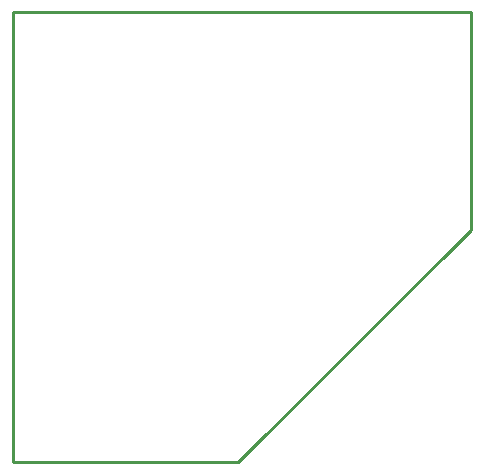
<source format=gko>
%FSTAX23Y23*%
%MOIN*%
%SFA1B1*%

%IPPOS*%
%ADD13C,0.010000*%
%LNovenpi-1*%
%LPD*%
G54D13*
X01Y035D02*
Y05D01*
Y035D02*
X0175D01*
X02525Y04275*
Y05*
X01D02*
X02525D01*
M02*
</source>
